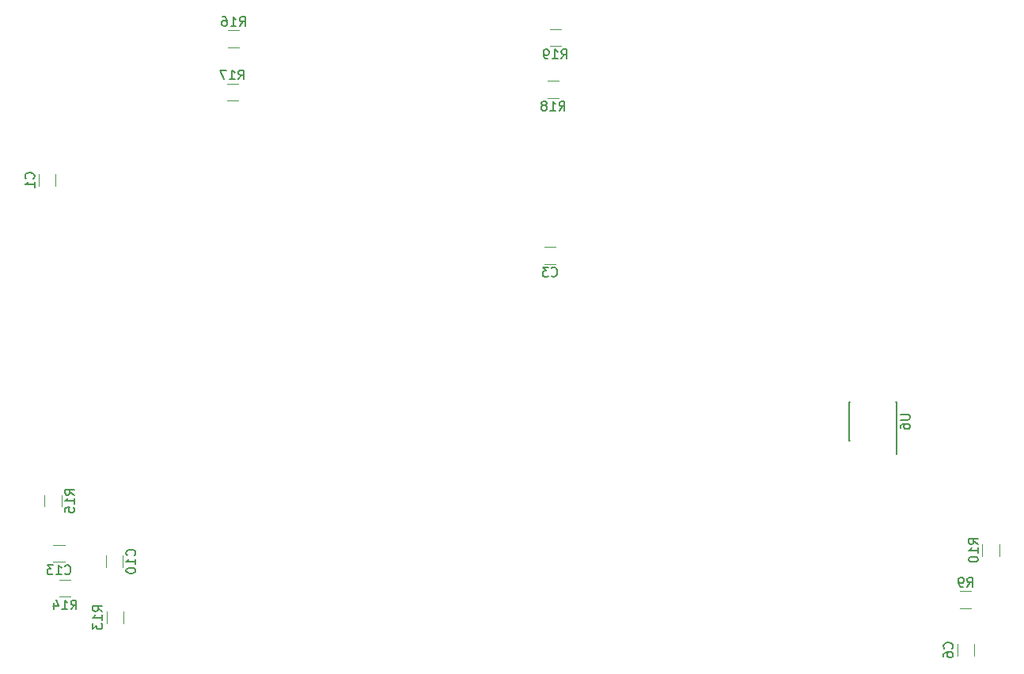
<source format=gbr>
G04 #@! TF.GenerationSoftware,KiCad,Pcbnew,5.0.2+dfsg1-1~bpo9+1*
G04 #@! TF.CreationDate,2019-06-26T12:15:30+03:00*
G04 #@! TF.ProjectId,SmartDimmer,536d6172-7444-4696-9d6d-65722e6b6963,rev?*
G04 #@! TF.SameCoordinates,Original*
G04 #@! TF.FileFunction,Legend,Bot*
G04 #@! TF.FilePolarity,Positive*
%FSLAX46Y46*%
G04 Gerber Fmt 4.6, Leading zero omitted, Abs format (unit mm)*
G04 Created by KiCad (PCBNEW 5.0.2+dfsg1-1~bpo9+1) date Wed 26 Jun 2019 12:15:30 PM +03*
%MOMM*%
%LPD*%
G01*
G04 APERTURE LIST*
%ADD10C,0.120000*%
%ADD11C,0.150000*%
G04 APERTURE END LIST*
D10*
G04 #@! TO.C,R18*
X169167436Y-66408000D02*
X170371564Y-66408000D01*
X169167436Y-68228000D02*
X170371564Y-68228000D01*
G04 #@! TO.C,R19*
X169384936Y-62674002D02*
X170589064Y-62674002D01*
X169384936Y-60854002D02*
X170589064Y-60854002D01*
G04 #@! TO.C,R16*
X136172064Y-62817000D02*
X134967936Y-62817000D01*
X136172064Y-60997000D02*
X134967936Y-60997000D01*
G04 #@! TO.C,R17*
X136045064Y-66712000D02*
X134840936Y-66712000D01*
X136045064Y-68532000D02*
X134840936Y-68532000D01*
G04 #@! TO.C,C13*
X116288736Y-116057000D02*
X117492864Y-116057000D01*
X116288736Y-117877000D02*
X117492864Y-117877000D01*
G04 #@! TO.C,C6*
X214810089Y-126705614D02*
X214810089Y-127909742D01*
X212990089Y-126705614D02*
X212990089Y-127909742D01*
G04 #@! TO.C,C10*
X121899000Y-118432664D02*
X121899000Y-117228536D01*
X123719000Y-118432664D02*
X123719000Y-117228536D01*
G04 #@! TO.C,C1*
X116541000Y-76417936D02*
X116541000Y-77622064D01*
X114721000Y-76417936D02*
X114721000Y-77622064D01*
G04 #@! TO.C,C3*
X168815936Y-84180000D02*
X170020064Y-84180000D01*
X168815936Y-86000000D02*
X170020064Y-86000000D01*
G04 #@! TO.C,R15*
X115345800Y-111955664D02*
X115345800Y-110751536D01*
X117165800Y-111955664D02*
X117165800Y-110751536D01*
D11*
G04 #@! TO.C,U6*
X206487000Y-104945000D02*
X206487000Y-106345000D01*
X201387000Y-104945000D02*
X201387000Y-100795000D01*
X206537000Y-104945000D02*
X206537000Y-100795000D01*
X201387000Y-104945000D02*
X201532000Y-104945000D01*
X201387000Y-100795000D02*
X201532000Y-100795000D01*
X206537000Y-100795000D02*
X206392000Y-100795000D01*
X206537000Y-104945000D02*
X206487000Y-104945000D01*
D10*
G04 #@! TO.C,R10*
X217506000Y-116041936D02*
X217506000Y-117246064D01*
X215686000Y-116041936D02*
X215686000Y-117246064D01*
G04 #@! TO.C,R9*
X214502153Y-122830000D02*
X213298025Y-122830000D01*
X214502153Y-121010000D02*
X213298025Y-121010000D01*
G04 #@! TO.C,R14*
X116923736Y-119790800D02*
X118127864Y-119790800D01*
X116923736Y-121610800D02*
X118127864Y-121610800D01*
G04 #@! TO.C,R13*
X123795200Y-123222936D02*
X123795200Y-124427064D01*
X121975200Y-123222936D02*
X121975200Y-124427064D01*
G04 #@! TO.C,R18*
D11*
X170412357Y-69590380D02*
X170745690Y-69114190D01*
X170983785Y-69590380D02*
X170983785Y-68590380D01*
X170602833Y-68590380D01*
X170507595Y-68638000D01*
X170459976Y-68685619D01*
X170412357Y-68780857D01*
X170412357Y-68923714D01*
X170459976Y-69018952D01*
X170507595Y-69066571D01*
X170602833Y-69114190D01*
X170983785Y-69114190D01*
X169459976Y-69590380D02*
X170031404Y-69590380D01*
X169745690Y-69590380D02*
X169745690Y-68590380D01*
X169840928Y-68733238D01*
X169936166Y-68828476D01*
X170031404Y-68876095D01*
X168888547Y-69018952D02*
X168983785Y-68971333D01*
X169031404Y-68923714D01*
X169079023Y-68828476D01*
X169079023Y-68780857D01*
X169031404Y-68685619D01*
X168983785Y-68638000D01*
X168888547Y-68590380D01*
X168698071Y-68590380D01*
X168602833Y-68638000D01*
X168555214Y-68685619D01*
X168507595Y-68780857D01*
X168507595Y-68828476D01*
X168555214Y-68923714D01*
X168602833Y-68971333D01*
X168698071Y-69018952D01*
X168888547Y-69018952D01*
X168983785Y-69066571D01*
X169031404Y-69114190D01*
X169079023Y-69209428D01*
X169079023Y-69399904D01*
X169031404Y-69495142D01*
X168983785Y-69542761D01*
X168888547Y-69590380D01*
X168698071Y-69590380D01*
X168602833Y-69542761D01*
X168555214Y-69495142D01*
X168507595Y-69399904D01*
X168507595Y-69209428D01*
X168555214Y-69114190D01*
X168602833Y-69066571D01*
X168698071Y-69018952D01*
G04 #@! TO.C,R19*
X170629857Y-64036382D02*
X170963190Y-63560192D01*
X171201285Y-64036382D02*
X171201285Y-63036382D01*
X170820333Y-63036382D01*
X170725095Y-63084002D01*
X170677476Y-63131621D01*
X170629857Y-63226859D01*
X170629857Y-63369716D01*
X170677476Y-63464954D01*
X170725095Y-63512573D01*
X170820333Y-63560192D01*
X171201285Y-63560192D01*
X169677476Y-64036382D02*
X170248904Y-64036382D01*
X169963190Y-64036382D02*
X169963190Y-63036382D01*
X170058428Y-63179240D01*
X170153666Y-63274478D01*
X170248904Y-63322097D01*
X169201285Y-64036382D02*
X169010809Y-64036382D01*
X168915571Y-63988763D01*
X168867952Y-63941144D01*
X168772714Y-63798287D01*
X168725095Y-63607811D01*
X168725095Y-63226859D01*
X168772714Y-63131621D01*
X168820333Y-63084002D01*
X168915571Y-63036382D01*
X169106047Y-63036382D01*
X169201285Y-63084002D01*
X169248904Y-63131621D01*
X169296523Y-63226859D01*
X169296523Y-63464954D01*
X169248904Y-63560192D01*
X169201285Y-63607811D01*
X169106047Y-63655430D01*
X168915571Y-63655430D01*
X168820333Y-63607811D01*
X168772714Y-63560192D01*
X168725095Y-63464954D01*
G04 #@! TO.C,R16*
X136212857Y-60539380D02*
X136546190Y-60063190D01*
X136784285Y-60539380D02*
X136784285Y-59539380D01*
X136403333Y-59539380D01*
X136308095Y-59587000D01*
X136260476Y-59634619D01*
X136212857Y-59729857D01*
X136212857Y-59872714D01*
X136260476Y-59967952D01*
X136308095Y-60015571D01*
X136403333Y-60063190D01*
X136784285Y-60063190D01*
X135260476Y-60539380D02*
X135831904Y-60539380D01*
X135546190Y-60539380D02*
X135546190Y-59539380D01*
X135641428Y-59682238D01*
X135736666Y-59777476D01*
X135831904Y-59825095D01*
X134403333Y-59539380D02*
X134593809Y-59539380D01*
X134689047Y-59587000D01*
X134736666Y-59634619D01*
X134831904Y-59777476D01*
X134879523Y-59967952D01*
X134879523Y-60348904D01*
X134831904Y-60444142D01*
X134784285Y-60491761D01*
X134689047Y-60539380D01*
X134498571Y-60539380D01*
X134403333Y-60491761D01*
X134355714Y-60444142D01*
X134308095Y-60348904D01*
X134308095Y-60110809D01*
X134355714Y-60015571D01*
X134403333Y-59967952D01*
X134498571Y-59920333D01*
X134689047Y-59920333D01*
X134784285Y-59967952D01*
X134831904Y-60015571D01*
X134879523Y-60110809D01*
G04 #@! TO.C,R17*
X136085857Y-66254380D02*
X136419190Y-65778190D01*
X136657285Y-66254380D02*
X136657285Y-65254380D01*
X136276333Y-65254380D01*
X136181095Y-65302000D01*
X136133476Y-65349619D01*
X136085857Y-65444857D01*
X136085857Y-65587714D01*
X136133476Y-65682952D01*
X136181095Y-65730571D01*
X136276333Y-65778190D01*
X136657285Y-65778190D01*
X135133476Y-66254380D02*
X135704904Y-66254380D01*
X135419190Y-66254380D02*
X135419190Y-65254380D01*
X135514428Y-65397238D01*
X135609666Y-65492476D01*
X135704904Y-65540095D01*
X134800142Y-65254380D02*
X134133476Y-65254380D01*
X134562047Y-66254380D01*
G04 #@! TO.C,C13*
X117533657Y-119144142D02*
X117581276Y-119191761D01*
X117724133Y-119239380D01*
X117819371Y-119239380D01*
X117962228Y-119191761D01*
X118057466Y-119096523D01*
X118105085Y-119001285D01*
X118152704Y-118810809D01*
X118152704Y-118667952D01*
X118105085Y-118477476D01*
X118057466Y-118382238D01*
X117962228Y-118287000D01*
X117819371Y-118239380D01*
X117724133Y-118239380D01*
X117581276Y-118287000D01*
X117533657Y-118334619D01*
X116581276Y-119239380D02*
X117152704Y-119239380D01*
X116866990Y-119239380D02*
X116866990Y-118239380D01*
X116962228Y-118382238D01*
X117057466Y-118477476D01*
X117152704Y-118525095D01*
X116247942Y-118239380D02*
X115628895Y-118239380D01*
X115962228Y-118620333D01*
X115819371Y-118620333D01*
X115724133Y-118667952D01*
X115676514Y-118715571D01*
X115628895Y-118810809D01*
X115628895Y-119048904D01*
X115676514Y-119144142D01*
X115724133Y-119191761D01*
X115819371Y-119239380D01*
X116105085Y-119239380D01*
X116200323Y-119191761D01*
X116247942Y-119144142D01*
G04 #@! TO.C,C6*
X212437231Y-127141011D02*
X212484850Y-127093392D01*
X212532469Y-126950535D01*
X212532469Y-126855297D01*
X212484850Y-126712439D01*
X212389612Y-126617201D01*
X212294374Y-126569582D01*
X212103898Y-126521963D01*
X211961041Y-126521963D01*
X211770565Y-126569582D01*
X211675327Y-126617201D01*
X211580089Y-126712439D01*
X211532469Y-126855297D01*
X211532469Y-126950535D01*
X211580089Y-127093392D01*
X211627708Y-127141011D01*
X211532469Y-127998154D02*
X211532469Y-127807678D01*
X211580089Y-127712439D01*
X211627708Y-127664820D01*
X211770565Y-127569582D01*
X211961041Y-127521963D01*
X212341993Y-127521963D01*
X212437231Y-127569582D01*
X212484850Y-127617201D01*
X212532469Y-127712439D01*
X212532469Y-127902916D01*
X212484850Y-127998154D01*
X212437231Y-128045773D01*
X212341993Y-128093392D01*
X212103898Y-128093392D01*
X212008660Y-128045773D01*
X211961041Y-127998154D01*
X211913422Y-127902916D01*
X211913422Y-127712439D01*
X211961041Y-127617201D01*
X212008660Y-127569582D01*
X212103898Y-127521963D01*
G04 #@! TO.C,C10*
X124986142Y-117187742D02*
X125033761Y-117140123D01*
X125081380Y-116997266D01*
X125081380Y-116902028D01*
X125033761Y-116759171D01*
X124938523Y-116663933D01*
X124843285Y-116616314D01*
X124652809Y-116568695D01*
X124509952Y-116568695D01*
X124319476Y-116616314D01*
X124224238Y-116663933D01*
X124129000Y-116759171D01*
X124081380Y-116902028D01*
X124081380Y-116997266D01*
X124129000Y-117140123D01*
X124176619Y-117187742D01*
X125081380Y-118140123D02*
X125081380Y-117568695D01*
X125081380Y-117854409D02*
X124081380Y-117854409D01*
X124224238Y-117759171D01*
X124319476Y-117663933D01*
X124367095Y-117568695D01*
X124081380Y-118759171D02*
X124081380Y-118854409D01*
X124129000Y-118949647D01*
X124176619Y-118997266D01*
X124271857Y-119044885D01*
X124462333Y-119092504D01*
X124700428Y-119092504D01*
X124890904Y-119044885D01*
X124986142Y-118997266D01*
X125033761Y-118949647D01*
X125081380Y-118854409D01*
X125081380Y-118759171D01*
X125033761Y-118663933D01*
X124986142Y-118616314D01*
X124890904Y-118568695D01*
X124700428Y-118521076D01*
X124462333Y-118521076D01*
X124271857Y-118568695D01*
X124176619Y-118616314D01*
X124129000Y-118663933D01*
X124081380Y-118759171D01*
G04 #@! TO.C,C1*
X114168142Y-76853333D02*
X114215761Y-76805714D01*
X114263380Y-76662857D01*
X114263380Y-76567619D01*
X114215761Y-76424761D01*
X114120523Y-76329523D01*
X114025285Y-76281904D01*
X113834809Y-76234285D01*
X113691952Y-76234285D01*
X113501476Y-76281904D01*
X113406238Y-76329523D01*
X113311000Y-76424761D01*
X113263380Y-76567619D01*
X113263380Y-76662857D01*
X113311000Y-76805714D01*
X113358619Y-76853333D01*
X114263380Y-77805714D02*
X114263380Y-77234285D01*
X114263380Y-77520000D02*
X113263380Y-77520000D01*
X113406238Y-77424761D01*
X113501476Y-77329523D01*
X113549095Y-77234285D01*
G04 #@! TO.C,C3*
X169584666Y-87267142D02*
X169632285Y-87314761D01*
X169775142Y-87362380D01*
X169870380Y-87362380D01*
X170013238Y-87314761D01*
X170108476Y-87219523D01*
X170156095Y-87124285D01*
X170203714Y-86933809D01*
X170203714Y-86790952D01*
X170156095Y-86600476D01*
X170108476Y-86505238D01*
X170013238Y-86410000D01*
X169870380Y-86362380D01*
X169775142Y-86362380D01*
X169632285Y-86410000D01*
X169584666Y-86457619D01*
X169251333Y-86362380D02*
X168632285Y-86362380D01*
X168965619Y-86743333D01*
X168822761Y-86743333D01*
X168727523Y-86790952D01*
X168679904Y-86838571D01*
X168632285Y-86933809D01*
X168632285Y-87171904D01*
X168679904Y-87267142D01*
X168727523Y-87314761D01*
X168822761Y-87362380D01*
X169108476Y-87362380D01*
X169203714Y-87314761D01*
X169251333Y-87267142D01*
G04 #@! TO.C,R15*
X118528180Y-110710742D02*
X118051990Y-110377409D01*
X118528180Y-110139314D02*
X117528180Y-110139314D01*
X117528180Y-110520266D01*
X117575800Y-110615504D01*
X117623419Y-110663123D01*
X117718657Y-110710742D01*
X117861514Y-110710742D01*
X117956752Y-110663123D01*
X118004371Y-110615504D01*
X118051990Y-110520266D01*
X118051990Y-110139314D01*
X118528180Y-111663123D02*
X118528180Y-111091695D01*
X118528180Y-111377409D02*
X117528180Y-111377409D01*
X117671038Y-111282171D01*
X117766276Y-111186933D01*
X117813895Y-111091695D01*
X117528180Y-112567885D02*
X117528180Y-112091695D01*
X118004371Y-112044076D01*
X117956752Y-112091695D01*
X117909133Y-112186933D01*
X117909133Y-112425028D01*
X117956752Y-112520266D01*
X118004371Y-112567885D01*
X118099609Y-112615504D01*
X118337704Y-112615504D01*
X118432942Y-112567885D01*
X118480561Y-112520266D01*
X118528180Y-112425028D01*
X118528180Y-112186933D01*
X118480561Y-112091695D01*
X118432942Y-112044076D01*
G04 #@! TO.C,U6*
X206914380Y-102108095D02*
X207723904Y-102108095D01*
X207819142Y-102155714D01*
X207866761Y-102203333D01*
X207914380Y-102298571D01*
X207914380Y-102489047D01*
X207866761Y-102584285D01*
X207819142Y-102631904D01*
X207723904Y-102679523D01*
X206914380Y-102679523D01*
X206914380Y-103584285D02*
X206914380Y-103393809D01*
X206962000Y-103298571D01*
X207009619Y-103250952D01*
X207152476Y-103155714D01*
X207342952Y-103108095D01*
X207723904Y-103108095D01*
X207819142Y-103155714D01*
X207866761Y-103203333D01*
X207914380Y-103298571D01*
X207914380Y-103489047D01*
X207866761Y-103584285D01*
X207819142Y-103631904D01*
X207723904Y-103679523D01*
X207485809Y-103679523D01*
X207390571Y-103631904D01*
X207342952Y-103584285D01*
X207295333Y-103489047D01*
X207295333Y-103298571D01*
X207342952Y-103203333D01*
X207390571Y-103155714D01*
X207485809Y-103108095D01*
G04 #@! TO.C,R10*
X215228380Y-116001142D02*
X214752190Y-115667809D01*
X215228380Y-115429714D02*
X214228380Y-115429714D01*
X214228380Y-115810666D01*
X214276000Y-115905904D01*
X214323619Y-115953523D01*
X214418857Y-116001142D01*
X214561714Y-116001142D01*
X214656952Y-115953523D01*
X214704571Y-115905904D01*
X214752190Y-115810666D01*
X214752190Y-115429714D01*
X215228380Y-116953523D02*
X215228380Y-116382095D01*
X215228380Y-116667809D02*
X214228380Y-116667809D01*
X214371238Y-116572571D01*
X214466476Y-116477333D01*
X214514095Y-116382095D01*
X214228380Y-117572571D02*
X214228380Y-117667809D01*
X214276000Y-117763047D01*
X214323619Y-117810666D01*
X214418857Y-117858285D01*
X214609333Y-117905904D01*
X214847428Y-117905904D01*
X215037904Y-117858285D01*
X215133142Y-117810666D01*
X215180761Y-117763047D01*
X215228380Y-117667809D01*
X215228380Y-117572571D01*
X215180761Y-117477333D01*
X215133142Y-117429714D01*
X215037904Y-117382095D01*
X214847428Y-117334476D01*
X214609333Y-117334476D01*
X214418857Y-117382095D01*
X214323619Y-117429714D01*
X214276000Y-117477333D01*
X214228380Y-117572571D01*
G04 #@! TO.C,R9*
X214066755Y-120552380D02*
X214400089Y-120076190D01*
X214638184Y-120552380D02*
X214638184Y-119552380D01*
X214257231Y-119552380D01*
X214161993Y-119600000D01*
X214114374Y-119647619D01*
X214066755Y-119742857D01*
X214066755Y-119885714D01*
X214114374Y-119980952D01*
X214161993Y-120028571D01*
X214257231Y-120076190D01*
X214638184Y-120076190D01*
X213590565Y-120552380D02*
X213400089Y-120552380D01*
X213304850Y-120504761D01*
X213257231Y-120457142D01*
X213161993Y-120314285D01*
X213114374Y-120123809D01*
X213114374Y-119742857D01*
X213161993Y-119647619D01*
X213209612Y-119600000D01*
X213304850Y-119552380D01*
X213495327Y-119552380D01*
X213590565Y-119600000D01*
X213638184Y-119647619D01*
X213685803Y-119742857D01*
X213685803Y-119980952D01*
X213638184Y-120076190D01*
X213590565Y-120123809D01*
X213495327Y-120171428D01*
X213304850Y-120171428D01*
X213209612Y-120123809D01*
X213161993Y-120076190D01*
X213114374Y-119980952D01*
G04 #@! TO.C,R14*
X118168657Y-122973180D02*
X118501990Y-122496990D01*
X118740085Y-122973180D02*
X118740085Y-121973180D01*
X118359133Y-121973180D01*
X118263895Y-122020800D01*
X118216276Y-122068419D01*
X118168657Y-122163657D01*
X118168657Y-122306514D01*
X118216276Y-122401752D01*
X118263895Y-122449371D01*
X118359133Y-122496990D01*
X118740085Y-122496990D01*
X117216276Y-122973180D02*
X117787704Y-122973180D01*
X117501990Y-122973180D02*
X117501990Y-121973180D01*
X117597228Y-122116038D01*
X117692466Y-122211276D01*
X117787704Y-122258895D01*
X116359133Y-122306514D02*
X116359133Y-122973180D01*
X116597228Y-121925561D02*
X116835323Y-122639847D01*
X116216276Y-122639847D01*
G04 #@! TO.C,R13*
X121517580Y-123182142D02*
X121041390Y-122848809D01*
X121517580Y-122610714D02*
X120517580Y-122610714D01*
X120517580Y-122991666D01*
X120565200Y-123086904D01*
X120612819Y-123134523D01*
X120708057Y-123182142D01*
X120850914Y-123182142D01*
X120946152Y-123134523D01*
X120993771Y-123086904D01*
X121041390Y-122991666D01*
X121041390Y-122610714D01*
X121517580Y-124134523D02*
X121517580Y-123563095D01*
X121517580Y-123848809D02*
X120517580Y-123848809D01*
X120660438Y-123753571D01*
X120755676Y-123658333D01*
X120803295Y-123563095D01*
X120517580Y-124467857D02*
X120517580Y-125086904D01*
X120898533Y-124753571D01*
X120898533Y-124896428D01*
X120946152Y-124991666D01*
X120993771Y-125039285D01*
X121089009Y-125086904D01*
X121327104Y-125086904D01*
X121422342Y-125039285D01*
X121469961Y-124991666D01*
X121517580Y-124896428D01*
X121517580Y-124610714D01*
X121469961Y-124515476D01*
X121422342Y-124467857D01*
G04 #@! TD*
M02*

</source>
